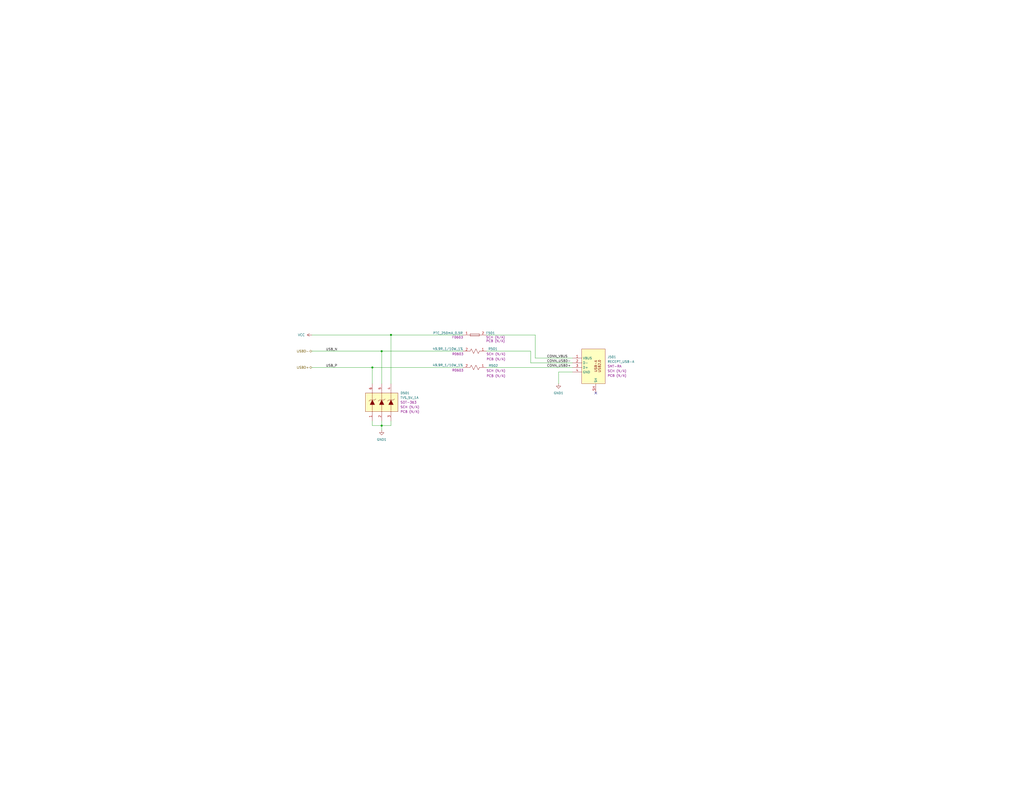
<source format=kicad_sch>
(kicad_sch (version 20231120) (generator "eeschema") (generator_version "8.0")
  (paper "C")
  (title_block (comment 2 "RELEASED"))
  (lib_symbols
    (symbol "_SCHLIB_ESP32-IsoLink:CONN_RECEPT_USB-A_USB2.0_SMT-RA" (exclude_from_sim yes)
      (property "Reference" "J" (at 2.794 3.81 0))
      (property "Value" "RECEPT_USB-A" (at 2.794 6.096 0))
      (property "Package" "SMT-RA" (at 2.794 11.43 0))
      (property "SCH CHECK" "SCH (N/A)" (at 2.794 16.256 0))
      (property "PCB CHECk" "PCB (N/A)" (at 2.794 19.05 0))
      (symbol "CONN_RECEPT_USB-A_USB2.0_SMT-RA_0_1"
        (polyline private (pts (xy 2.54 2.54) (xy 27.94 2.54)))
        (polyline private (pts (xy 2.54 5.08) (xy 27.94 5.08)))
        (polyline private (pts (xy 2.54 7.62) (xy 27.94 7.62)))
        (polyline private (pts (xy 2.54 10.16) (xy 27.94 10.16)))
        (polyline private (pts (xy 2.54 12.7) (xy 27.94 12.7)))
        (polyline private (pts (xy 2.54 15.24) (xy 27.94 15.24)))
        (polyline private (pts (xy 2.54 17.78) (xy 27.94 17.78)))
        (polyline private (pts (xy 2.54 20.32) (xy 27.94 20.32)))
        (polyline private (pts (xy 2.54 22.86) (xy 27.94 22.86)))
        (polyline private (pts (xy 2.54 25.4) (xy 27.94 25.4)))
        (polyline private (pts (xy 2.54 27.94) (xy 27.94 27.94)))
        (polyline private (pts (xy 2.54 30.48) (xy 27.94 30.48)))
        (polyline private (pts (xy 2.54 33.02) (xy 27.94 33.02)))
        (polyline private (pts (xy 2.54 35.56) (xy 27.94 35.56)))
        (polyline private (pts (xy 2.54 38.1) (xy 27.94 38.1)))
        (polyline private (pts (xy 2.54 40.64) (xy 27.94 40.64)))
        (polyline private (pts (xy 2.54 43.18) (xy 27.94 43.18)))
        (polyline private (pts (xy 2.54 45.72) (xy 27.94 45.72)))
        (polyline private (pts (xy 2.54 48.26) (xy 27.94 48.26)))
        (polyline private (pts (xy 2.54 50.8) (xy 27.94 50.8)))
        (rectangle (start 5.08 0) (end 17.78 -19.05) (fill (type background)))
      )
      (symbol "CONN_RECEPT_USB-A_USB2.0_SMT-RA_1_1"
        (text "USB-A\nUSB2.0" (at 13.716 -9.398 900) (effects (font (size 1.27 1.27))))
        (pin passive line (at 0 -5.08 0) (length 5.08) (name "VBUS") (number "1"))
        (pin passive line (at 0 -7.62 0) (length 5.08) (name "D-") (number "2"))
        (pin passive line (at 0 -10.16 0) (length 5.08) (name "D+") (number "3"))
        (pin passive line (at 0 -12.7 0) (length 5.08) (name "GND") (number "4"))
        (pin passive line (at 12.7 -24.13 90) (length 5.08) (name "SH") (number "SH"))
      )
    )
    (symbol "_SCHLIB_ESP32-IsoLink:DIODE_TVS_PE4105C3C6_Zener_Uni-Dir_3CH_5V_6V_1A(8/20us)_SOT-363" (exclude_from_sim yes)
      (property "Reference" "D" (at 2.794 3.81 0))
      (property "Value" "TVS_5V_1A" (at 2.794 6.096 0))
      (property "Package" "SOT-363" (at 2.794 11.43 0))
      (property "SCH CHECK" "SCH (N/A)" (at 2.794 16.256 0))
      (property "PCB CHECk" "PCB (N/A)" (at 2.794 19.05 0))
      (symbol "DIODE_TVS_PE4105C3C6_Zener_Uni-Dir_3CH_5V_6V_1A(8/20us)_SOT-363_0_1"
        (polyline private (pts (xy 2.54 2.54) (xy 27.94 2.54)))
        (polyline private (pts (xy 2.54 5.08) (xy 27.94 5.08)))
        (polyline private (pts (xy 2.54 7.62) (xy 27.94 7.62)))
        (polyline private (pts (xy 2.54 10.16) (xy 27.94 10.16)))
        (polyline private (pts (xy 2.54 12.7) (xy 27.94 12.7)))
        (polyline private (pts (xy 2.54 15.24) (xy 27.94 15.24)))
        (polyline private (pts (xy 2.54 17.78) (xy 27.94 17.78)))
        (polyline private (pts (xy 2.54 20.32) (xy 27.94 20.32)))
        (polyline private (pts (xy 2.54 22.86) (xy 27.94 22.86)))
        (polyline private (pts (xy 2.54 25.4) (xy 27.94 25.4)))
        (polyline private (pts (xy 2.54 27.94) (xy 27.94 27.94)))
        (polyline private (pts (xy 2.54 30.48) (xy 27.94 30.48)))
        (polyline private (pts (xy 2.54 33.02) (xy 27.94 33.02)))
        (polyline private (pts (xy 2.54 35.56) (xy 27.94 35.56)))
        (polyline private (pts (xy 2.54 38.1) (xy 27.94 38.1)))
        (polyline private (pts (xy 2.54 40.64) (xy 27.94 40.64)))
        (polyline private (pts (xy 2.54 43.18) (xy 27.94 43.18)))
        (polyline private (pts (xy 2.54 45.72) (xy 27.94 45.72)))
        (polyline private (pts (xy 2.54 48.26) (xy 27.94 48.26)))
        (polyline private (pts (xy 2.54 50.8) (xy 27.94 50.8)))
        (polyline (pts (xy 5.715 -12.065) (xy 6.35 -12.7) (xy 6.35 -15.24) (xy 6.985 -15.875)))
        (polyline (pts (xy 5.715 -6.985) (xy 6.35 -7.62) (xy 6.35 -10.16) (xy 6.985 -10.795)))
        (polyline (pts (xy 5.715 -1.905) (xy 6.35 -2.54) (xy 6.35 -5.08) (xy 6.985 -5.715)))
      )
      (symbol "DIODE_TVS_PE4105C3C6_Zener_Uni-Dir_3CH_5V_6V_1A(8/20us)_SOT-363_1_1"
        (polyline (pts (xy 10.16 -13.97) (xy 0 -13.97)))
        (polyline (pts (xy 10.16 -8.89) (xy 0 -8.89)))
        (polyline (pts (xy 10.16 -3.81) (xy 0 -3.81)))
        (polyline (pts (xy 3.81 -12.7) (xy 3.81 -15.24) (xy 6.35 -13.97) (xy 3.81 -12.7)) (fill (type outline)))
        (polyline (pts (xy 3.81 -7.62) (xy 3.81 -10.16) (xy 6.35 -8.89) (xy 3.81 -7.62)) (fill (type outline)))
        (polyline (pts (xy 3.81 -2.54) (xy 3.81 -5.08) (xy 6.35 -3.81) (xy 3.81 -2.54)) (fill (type outline)))
        (rectangle (start 0 0) (end 10.16 -17.78) (fill (type background)))
        (pin passive line (at -5.08 -3.81 0) (length 5.08) (name "") (number "1"))
        (pin passive line (at -5.08 -8.89 0) (length 5.08) (name "") (number "2"))
        (pin passive line (at -5.08 -13.97 0) (length 5.08) (name "") (number "3"))
        (pin passive line (at 15.24 -13.97 180) (length 5.08) (name "") (number "4"))
        (pin passive line (at 15.24 -8.89 180) (length 5.08) (name "") (number "5"))
        (pin passive line (at 15.24 -3.81 180) (length 5.08) (name "") (number "6"))
      )
    )
    (symbol "_SCHLIB_ESP32-IsoLink:FUSE_PTC_SMD0603B025TF_250mA_9V_0.5Ohm_F0603" (exclude_from_sim yes)
      (property "Reference" "F" (at 2.794 3.81 0))
      (property "Value" "PTC_250mA_0.5R" (at 2.794 6.096 0))
      (property "Package" "F0603" (at 2.794 11.43 0))
      (property "SCH CHECK" "SCH (N/A)" (at 2.794 16.256 0))
      (property "PCB CHECk" "PCB (N/A)" (at 2.794 19.05 0))
      (symbol "FUSE_PTC_SMD0603B025TF_250mA_9V_0.5Ohm_F0603_0_1"
        (polyline private (pts (xy 2.54 2.54) (xy 27.94 2.54)))
        (polyline private (pts (xy 2.54 5.08) (xy 27.94 5.08)))
        (polyline private (pts (xy 2.54 7.62) (xy 27.94 7.62)))
        (polyline private (pts (xy 2.54 10.16) (xy 27.94 10.16)))
        (polyline private (pts (xy 2.54 12.7) (xy 27.94 12.7)))
        (polyline private (pts (xy 2.54 15.24) (xy 27.94 15.24)))
        (polyline private (pts (xy 2.54 17.78) (xy 27.94 17.78)))
        (polyline private (pts (xy 2.54 20.32) (xy 27.94 20.32)))
        (polyline private (pts (xy 2.54 22.86) (xy 27.94 22.86)))
        (polyline private (pts (xy 2.54 25.4) (xy 27.94 25.4)))
        (polyline private (pts (xy 2.54 27.94) (xy 27.94 27.94)))
        (polyline private (pts (xy 2.54 30.48) (xy 27.94 30.48)))
        (polyline private (pts (xy 2.54 33.02) (xy 27.94 33.02)))
        (polyline private (pts (xy 2.54 35.56) (xy 27.94 35.56)))
        (polyline private (pts (xy 2.54 38.1) (xy 27.94 38.1)))
        (polyline private (pts (xy 2.54 40.64) (xy 27.94 40.64)))
        (polyline private (pts (xy 2.54 43.18) (xy 27.94 43.18)))
        (polyline private (pts (xy 2.54 45.72) (xy 27.94 45.72)))
        (polyline private (pts (xy 2.54 48.26) (xy 27.94 48.26)))
        (polyline private (pts (xy 2.54 50.8) (xy 27.94 50.8)))
        (polyline (pts (xy 3.81 0) (xy 8.89 0)))
        (rectangle (start 3.81 0.635) (end 8.89 -0.635))
      )
      (symbol "FUSE_PTC_SMD0603B025TF_250mA_9V_0.5Ohm_F0603_1_1"
        (pin passive line (at 0 0 0) (length 3.81) (name "") (number "1"))
        (pin passive line (at 12.7 0 180) (length 3.81) (name "") (number "2"))
      )
    )
    (symbol "_SCHLIB_ESP32-IsoLink:RES_49.9R_1/10W_1%_R0603" (exclude_from_sim yes)
      (property "Reference" "R" (at 2.794 3.81 0))
      (property "Value" "49.9R_1/10W_1%" (at 2.794 6.096 0))
      (property "Package" "R0603" (at 2.794 11.43 0))
      (property "SCH CHECK" "SCH (N/A)" (at 2.794 16.256 0))
      (property "PCB CHECk" "PCB (N/A)" (at 2.794 19.05 0))
      (symbol "RES_49.9R_1/10W_1%_R0603_0_1"
        (polyline private (pts (xy 2.54 2.54) (xy 27.94 2.54)))
        (polyline private (pts (xy 2.54 5.08) (xy 27.94 5.08)))
        (polyline private (pts (xy 2.54 7.62) (xy 27.94 7.62)))
        (polyline private (pts (xy 2.54 10.16) (xy 27.94 10.16)))
        (polyline private (pts (xy 2.54 12.7) (xy 27.94 12.7)))
        (polyline private (pts (xy 2.54 15.24) (xy 27.94 15.24)))
        (polyline private (pts (xy 2.54 17.78) (xy 27.94 17.78)))
        (polyline private (pts (xy 2.54 20.32) (xy 27.94 20.32)))
        (polyline private (pts (xy 2.54 22.86) (xy 27.94 22.86)))
        (polyline private (pts (xy 2.54 25.4) (xy 27.94 25.4)))
        (polyline private (pts (xy 2.54 27.94) (xy 27.94 27.94)))
        (polyline private (pts (xy 2.54 30.48) (xy 27.94 30.48)))
        (polyline private (pts (xy 2.54 33.02) (xy 27.94 33.02)))
        (polyline private (pts (xy 2.54 35.56) (xy 27.94 35.56)))
        (polyline private (pts (xy 2.54 38.1) (xy 27.94 38.1)))
        (polyline private (pts (xy 2.54 40.64) (xy 27.94 40.64)))
        (polyline private (pts (xy 2.54 43.18) (xy 27.94 43.18)))
        (polyline private (pts (xy 2.54 45.72) (xy 27.94 45.72)))
        (polyline private (pts (xy 2.54 48.26) (xy 27.94 48.26)))
        (polyline private (pts (xy 2.54 50.8) (xy 27.94 50.8)))
        (polyline (pts (xy 3.81 0) (xy 4.445 1.27) (xy 5.715 -1.27) (xy 6.985 1.27) (xy 8.255 -1.27) (xy 8.89 0)))
      )
      (symbol "RES_49.9R_1/10W_1%_R0603_1_1"
        (pin passive line (at 0 0 0) (length 3.81) (name "") (number "1"))
        (pin passive line (at 12.7 0 180) (length 3.81) (name "") (number "2"))
      )
    )
    (symbol "power:GND1" (power) (pin_numbers hide) (pin_names (offset 0) hide)
      (property "Value" "GND1" (at 0 -3.81 0))
      (symbol "GND1_0_1"
        (polyline (pts (xy 0 0) (xy 0 -1.27) (xy 1.27 -1.27) (xy 0 -2.54) (xy -1.27 -1.27) (xy 0 -1.27)))
      )
      (symbol "GND1_1_1"
        (pin power_in line (at 0 0 270) (length 0) (name "~") (number "1"))
      )
    )
    (symbol "power:VCC" (power) (pin_numbers hide) (pin_names (offset 0) hide)
      (property "Value" "VCC" (at 0 3.556 0))
      (symbol "VCC_0_1"
        (polyline (pts (xy -0.762 1.27) (xy 0 2.54)))
        (polyline (pts (xy 0 0) (xy 0 2.54)))
        (polyline (pts (xy 0 2.54) (xy 0.762 1.27)))
      )
      (symbol "VCC_1_1"
        (pin power_in line (at 0 0 90) (length 0) (name "~") (number "1"))
      )
    )
  )
  (junction (at 213.36 182.88))
  (junction (at 208.28 232.41))
  (junction (at 203.2 200.66))
  (junction (at 208.28 191.77))
  (no_connect (at 325.12 214.63))
  (wire (pts (xy 208.28 232.41) (xy 213.36 232.41)))
  (wire (pts (xy 289.56 191.77) (xy 289.56 198.12)))
  (wire (pts (xy 292.1 195.58) (xy 312.42 195.58)))
  (wire (pts (xy 265.43 182.88) (xy 292.1 182.88)))
  (wire (pts (xy 213.36 182.88) (xy 252.73 182.88)))
  (wire (pts (xy 265.43 200.66) (xy 312.42 200.66)))
  (wire (pts (xy 203.2 200.66) (xy 203.2 209.55)))
  (wire (pts (xy 203.2 200.66) (xy 252.73 200.66)))
  (wire (pts (xy 292.1 182.88) (xy 292.1 195.58)))
  (wire (pts (xy 208.28 191.77) (xy 208.28 209.55)))
  (wire (pts (xy 170.18 191.77) (xy 208.28 191.77)))
  (wire (pts (xy 208.28 191.77) (xy 252.73 191.77)))
  (wire (pts (xy 265.43 191.77) (xy 289.56 191.77)))
  (wire (pts (xy 208.28 229.87) (xy 208.28 232.41)))
  (wire (pts (xy 170.18 200.66) (xy 203.2 200.66)))
  (wire (pts (xy 289.56 198.12) (xy 312.42 198.12)))
  (wire (pts (xy 304.8 203.2) (xy 312.42 203.2)))
  (wire (pts (xy 203.2 232.41) (xy 208.28 232.41)))
  (wire (pts (xy 208.28 232.41) (xy 208.28 234.95)))
  (wire (pts (xy 170.18 182.88) (xy 213.36 182.88)))
  (wire (pts (xy 203.2 229.87) (xy 203.2 232.41)))
  (wire (pts (xy 213.36 209.55) (xy 213.36 182.88)))
  (wire (pts (xy 213.36 232.41) (xy 213.36 229.87)))
  (wire (pts (xy 304.8 209.55) (xy 304.8 203.2)))
  (label "CONN_VBUS" (at 298.45 195.58 0))
  (label "USB_P" (at 177.8 200.66 0))
  (label "CONN_USBD+" (at 298.45 200.66 0))
  (label "CONN_USBD-" (at 298.45 198.12 0))
  (label "USB_N" (at 177.8 191.77 0))
  (hierarchical_label "USBD+" (shape bidirectional) (at 170.18 200.66 180))
  (hierarchical_label "USBD-" (shape bidirectional) (at 170.18 191.77 180))
  (symbol (lib_id "_SCHLIB_ESP32-IsoLink:RES_49.9R_1/10W_1%_R0603") (at 265.43 191.77 180) (unit 1) (exclude_from_sim yes)
    (property "Reference" "R501" (at 271.526 190.5 0) (effects (justify left)))
    (property "Value" "49.9R_1/10W_1%" (at 252.73 190.5 0) (effects (justify left)))
    (property "Footprint" "_PCBLIB_ESP32-IsoLink:R_0603_1608Metric" (effects (hide yes)))
    (property "Datasheet" "https://www.seielect.com/catalog/sei-rmcf_rmcp.pdf" (effects (hide yes)))
    (property "Description" "49.9 Ohms ±1% 0.1W, 1/10W Chip Resistor 0603 (1608 Metric) Automotive AEC-Q200 Thick Film" (effects (hide yes)))
    (property "Package" "R0603" (at 252.984 193.294 0) (effects (justify left)))
    (property "Manufacturer 1" "Stackpole Electronics Inc" (effects (hide yes)))
    (property "MPN 1" "RMCF0603FT49R9" (effects (hide yes)))
    (property "Vendor 1 Part# - TR" "RMCF0603FT49R9TR-ND" (effects (hide yes)))
    (property "Vendor 1 Part# - CT" "RMCF0603FT49R9CT-ND" (effects (hide yes)))
    (property "Vendor 1" "Digikey" (effects (hide yes)))
    (property "Purchase Link 1" "https://www.digikey.ca/en/products/detail/stackpole-electronics-inc/RMCF0603FT49R9/1760879" (effects (hide yes)))
    (property "Manufacturer 2" "YAGEO" (effects (hide yes)))
    (property "MPN 2" "RC0603FR-0749R9L" (effects (hide yes)))
    (property "Vendor 2 Part# - TR" "C114625" (effects (hide yes)))
    (property "Vendor 2 Part# - CT" "C114625" (effects (hide yes)))
    (property "Vendor 2" "LCSC Electronics" (effects (hide yes)))
    (property "Purchase Link 2" "https://www.lcsc.com/product-detail/Chip-Resistor-Surface-Mount_YAGEO-RC0603FR-0749R9L_C114625.html" (effects (hide yes)))
    (property "SCH CHECK" "SCH (N/A)" (at 275.844 193.294 0) (effects (justify left)))
    (property "PCB CHECk" "PCB (N/A)" (at 275.844 196.088 0) (effects (justify left)))
  )
  (symbol (lib_id "_SCHLIB_ESP32-IsoLink:RES_49.9R_1/10W_1%_R0603") (at 265.43 200.66 180) (unit 1) (exclude_from_sim yes)
    (property "Reference" "R502" (at 271.78 199.644 0) (effects (justify left)))
    (property "Value" "49.9R_1/10W_1%" (at 252.73 199.39 0) (effects (justify left)))
    (property "Footprint" "_PCBLIB_ESP32-IsoLink:R_0603_1608Metric" (effects (hide yes)))
    (property "Datasheet" "https://www.seielect.com/catalog/sei-rmcf_rmcp.pdf" (effects (hide yes)))
    (property "Description" "49.9 Ohms ±1% 0.1W, 1/10W Chip Resistor 0603 (1608 Metric) Automotive AEC-Q200 Thick Film" (effects (hide yes)))
    (property "Package" "R0603" (at 252.984 202.184 0) (effects (justify left)))
    (property "Manufacturer 1" "Stackpole Electronics Inc" (effects (hide yes)))
    (property "MPN 1" "RMCF0603FT49R9" (effects (hide yes)))
    (property "Vendor 1 Part# - TR" "RMCF0603FT49R9TR-ND" (effects (hide yes)))
    (property "Vendor 1 Part# - CT" "RMCF0603FT49R9CT-ND" (effects (hide yes)))
    (property "Vendor 1" "Digikey" (effects (hide yes)))
    (property "Purchase Link 1" "https://www.digikey.ca/en/products/detail/stackpole-electronics-inc/RMCF0603FT49R9/1760879" (effects (hide yes)))
    (property "Manufacturer 2" "YAGEO" (effects (hide yes)))
    (property "MPN 2" "RC0603FR-0749R9L" (effects (hide yes)))
    (property "Vendor 2 Part# - TR" "C114625" (effects (hide yes)))
    (property "Vendor 2 Part# - CT" "C114625" (effects (hide yes)))
    (property "Vendor 2" "LCSC Electronics" (effects (hide yes)))
    (property "Purchase Link 2" "https://www.lcsc.com/product-detail/Chip-Resistor-Surface-Mount_YAGEO-RC0603FR-0749R9L_C114625.html" (effects (hide yes)))
    (property "SCH CHECK" "SCH (N/A)" (at 275.844 202.438 0) (effects (justify left)))
    (property "PCB CHECk" "PCB (N/A)" (at 275.844 205.232 0) (effects (justify left)))
  )
  (symbol (lib_id "power:GND1") (at 208.28 234.95 0) (unit 1)
    (property "Reference" "#PWR0502" (effects (hide yes)))
    (property "Value" "GND1" (at 208.28 240.03 0))
    (property "Description" "Power symbol creates a global label with name \"GND1\" , ground" (effects (hide yes)))
  )
  (symbol (lib_id "_SCHLIB_ESP32-IsoLink:FUSE_PTC_SMD0603B025TF_250mA_9V_0.5Ohm_F0603") (at 252.73 182.88 0) (unit 1) (exclude_from_sim yes)
    (property "Reference" "F501" (at 265.176 181.864 0) (effects (justify left)))
    (property "Value" "PTC_250mA_0.5R" (at 236.22 181.864 0) (effects (justify left)))
    (property "Footprint" "_PCBLIB_ESP32-IsoLink:Fuse_0603_1608Metric" (effects (hide yes)))
    (property "Datasheet" "https://www.yageo.com/upload/media/product/productsearch/datasheet/cpc/pptc/SMD0603_1.pdf" (effects (hide yes)))
    (property "Description" "Polymeric PTC Resettable Fuse 9V 250 mA Ih Surface Mount 0603 (1608 Metric), Concave" (effects (hide yes)))
    (property "Package" "F0603" (at 246.634 184.15 0) (effects (justify left)))
    (property "Manufacturer 1" "YAGEO" (effects (hide yes)))
    (property "MPN 1" "SMD0603B025TF" (effects (hide yes)))
    (property "Vendor 1 Part# - TR" "13-SMD0603B025TFTR-ND" (effects (hide yes)))
    (property "Vendor 1 Part# - CT" "13-SMD0603B025TFCT-ND" (effects (hide yes)))
    (property "Vendor 1" "Digikey" (effects (hide yes)))
    (property "Purchase Link 1" "https://www.digikey.ca/en/products/detail/yageo/SMD0603B025TF/15212945" (effects (hide yes)))
    (property "Manufacturer 2" "Jinrui Electronic Materials Co." (effects (hide yes)))
    (property "MPN 2" "JK-SMD0603-025" (effects (hide yes)))
    (property "Vendor 2 Part# - TR" "C2680495" (effects (hide yes)))
    (property "Vendor 2 Part# - CT" "C2680495" (effects (hide yes)))
    (property "Vendor 2" "LCSC Electronics" (effects (hide yes)))
    (property "Purchase Link 2" "https://www.lcsc.com/product-detail/Resettable-Fuses_Jinrui-Electronic-Materials-Co-JK-SMD0603-025_C2680495.html?s_z=n_fuse" (effects (hide yes)))
    (property "SCH CHECK" "SCH (N/A)" (at 265.176 184.15 0) (effects (justify left)))
    (property "PCB CHECk" "PCB (N/A)" (at 265.176 186.182 0) (effects (justify left)))
  )
  (symbol (lib_id "power:VCC") (at 170.18 182.88 90) (unit 1)
    (property "Reference" "#PWR0501" (effects (hide yes)))
    (property "Value" "VCC" (at 166.37 182.8799 90) (effects (justify left)))
    (property "Description" "Power symbol creates a global label with name \"VCC\"" (effects (hide yes)))
  )
  (symbol (lib_id "power:GND1") (at 304.8 209.55 0) (unit 1)
    (property "Reference" "#PWR0503" (effects (hide yes)))
    (property "Value" "GND1" (at 304.8 214.63 0))
    (property "Description" "Power symbol creates a global label with name \"GND1\" , ground" (effects (hide yes)))
  )
  (symbol (lib_id "_SCHLIB_ESP32-IsoLink:CONN_RECEPT_USB-A_USB2.0_SMT-RA") (at 312.42 190.5 0) (unit 1) (exclude_from_sim yes)
    (property "Reference" "J501" (at 331.47 194.9449 0) (effects (justify left)))
    (property "Value" "RECEPT_USB-A" (at 331.47 197.4849 0) (effects (justify left)))
    (property "Footprint" "_PCBLIB_ESP32-IsoLink:USB TYPE-A 2.0 CONNECTOR, RIGHT, SMT" (effects (hide yes)))
    (property "Datasheet" "https://www.switchcraft.com/assets/1/6/RAHUA20E_CD.pdf" (effects (hide yes)))
    (property "Description" "USB-A (USB TYPE-A) USB 2.0 Receptacle Connector 4 Position Surface Mount, Right Angle" (effects (hide yes)))
    (property "Package" "SMT-RA" (at 331.47 200.0249 0) (effects (justify left)))
    (property "Manufacturer 1" "Switchcraft Inc." (effects (hide yes)))
    (property "MPN 1" "RAHUA20E" (effects (hide yes)))
    (property "Vendor 1 Part# - TR" "137-RAHUA20E-ND" (effects (hide yes)))
    (property "Vendor 1 Part# - CT" "137-RAHUA20E-ND" (effects (hide yes)))
    (property "Vendor 1" "Digikey" (effects (hide yes)))
    (property "Purchase Link 1" "https://www.digikey.ca/en/products/detail/switchcraft-inc/RAHUA20E/17372329" (effects (hide yes)))
    (property "Manufacturer 2" "Jing Extension of the Electronic Co." (effects (hide yes)))
    (property "MPN 2" "904-131A2032S10200" (effects (hide yes)))
    (property "Vendor 2 Part# - TR" "C46400" (effects (hide yes)))
    (property "Vendor 2 Part# - CT" "C46400" (effects (hide yes)))
    (property "Vendor 2" "LCSC Electronics" (effects (hide yes)))
    (property "Purchase Link 2" "https://www.lcsc.com/product-detail/USB-Connectors_Jing-Extension-of-the-Electronic-Co-904-131A2032S10200_C46400.html?s_z=n_usb%20a" (effects (hide yes)))
    (property "SCH CHECK" "SCH (N/A)" (at 331.47 202.5649 0) (effects (justify left)))
    (property "PCB CHECk" "PCB (N/A)" (at 331.47 205.1049 0) (effects (justify left)))
  )
  (symbol (lib_id "_SCHLIB_ESP32-IsoLink:DIODE_TVS_PE4105C3C6_Zener_Uni-Dir_3CH_5V_6V_1A(8/20us)_SOT-363") (at 199.39 224.79 90) (unit 1) (exclude_from_sim yes)
    (property "Reference" "D501" (at 218.44 214.6299 90) (effects (justify right)))
    (property "Value" "TVS_5V_1A" (at 218.44 217.1699 90) (effects (justify right)))
    (property "Footprint" "_PCBLIB_ESP32-IsoLink:SOT-363_SC-70-6" (effects (hide yes)))
    (property "Datasheet" "https://www.panjit.com.tw/upload/datasheet/PE4105C3C6.pdf" (effects (hide yes)))
    (property "Description" "11V Clamp 13A (8/20µs) Ipp Tvs Diode Surface Mount SOT-363" (effects (hide yes)))
    (property "Package" "SOT-363" (at 218.44 219.7099 90) (effects (justify right)))
    (property "Manufacturer 1" "Panjit International Inc." (effects (hide yes)))
    (property "MPN 1" "PE4105C3C6_R1_00001" (effects (hide yes)))
    (property "Vendor 1 Part# - TR" "3757-PE4105C3C6_R1_00001TR-ND" (effects (hide yes)))
    (property "Vendor 1 Part# - CT" "3757-PE4105C3C6_R1_00001CT-ND" (effects (hide yes)))
    (property "Vendor 1" "Digikey" (effects (hide yes)))
    (property "Purchase Link 1" "https://www.digikey.ca/en/products/detail/panjit-international-inc/PE4105C3C6-R1-00001/15797360" (effects (hide yes)))
    (property "Manufacturer 2" "Slkor(SLKORMICRO Elec.)" (effects (hide yes)))
    (property "MPN 2" "SMF05CT" (effects (hide yes)))
    (property "Vendor 2 Part# - TR" "C513475" (effects (hide yes)))
    (property "Vendor 2 Part# - CT" "C513475" (effects (hide yes)))
    (property "Vendor 2" "LCSC Electronics" (effects (hide yes)))
    (property "Purchase Link 2" "https://www.lcsc.com/product-detail/ESD-and-Surge-Protection-TVS-ESD_Slkor-SLKORMICRO-Elec-SMF05CT_C513475.html" (effects (hide yes)))
    (property "SCH CHECK" "SCH (N/A)" (at 218.44 222.2499 90) (effects (justify right)))
    (property "PCB CHECk" "PCB (N/A)" (at 218.44 224.7899 90) (effects (justify right)))
  )
)
</source>
